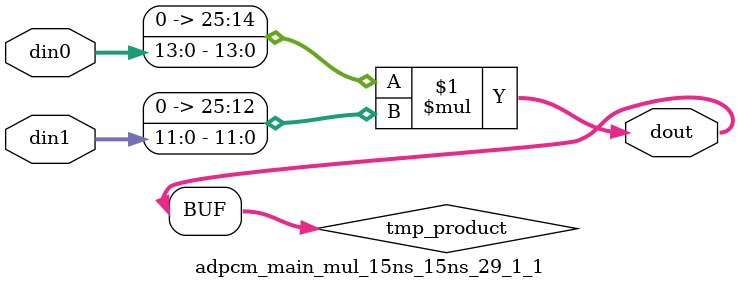
<source format=v>

`timescale 1 ns / 1 ps

  module adpcm_main_mul_15ns_15ns_29_1_1(din0, din1, dout);
parameter ID = 1;
parameter NUM_STAGE = 0;
parameter din0_WIDTH = 14;
parameter din1_WIDTH = 12;
parameter dout_WIDTH = 26;

input [din0_WIDTH - 1 : 0] din0; 
input [din1_WIDTH - 1 : 0] din1; 
output [dout_WIDTH - 1 : 0] dout;

wire signed [dout_WIDTH - 1 : 0] tmp_product;










assign tmp_product = $signed({1'b0, din0}) * $signed({1'b0, din1});











assign dout = tmp_product;







endmodule

</source>
